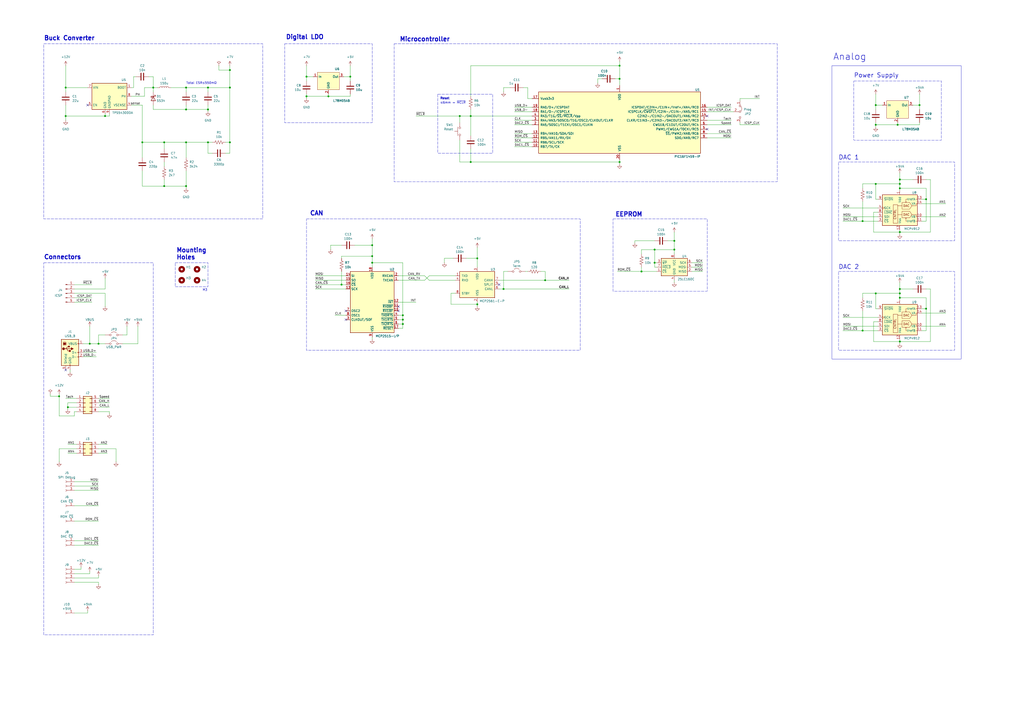
<source format=kicad_sch>
(kicad_sch (version 20250114) (generator "eeschema") (generator_version "9.0")
  (paper "A2")
  (title_block (title "CAN Gauge Interface") (date "2025-09-19") (rev "0.1") (company "Sam Anthony"))
  (rectangle (start 25.4 25.4) (end 152.4 127) (stroke (width 0) (type dash)))
  (rectangle (start 495.3 46.99) (end 546.1 81.28) (stroke (width 0) (type dash)))
  (rectangle (start 355.6 127) (end 410.21 168.91) (stroke (width 0) (type dash)))
  (rectangle (start 101.6 152.3999) (end 120.65 166.3699) (stroke (width 0) (type dash)))
  (rectangle (start 165.1 25.4) (end 215.9 71.12) (stroke (width 0) (type dash)))
  (rectangle (start 254 54.61) (end 285.75 88.9) (stroke (width 0) (type dash)))
  (rectangle (start 486.41 157.48) (end 553.72 203.2) (stroke (width 0) (type dash)))
  (rectangle (start 177.8 127) (end 336.55 203.2) (stroke (width 0) (type dash)))
  (rectangle (start 25.4 152.4) (end 88.9 368.3) (stroke (width 0) (type dash)))
  (rectangle (start 486.41 93.98) (end 553.72 139.7) (stroke (width 0) (type dash)))
  (rectangle (start 228.6 25.4) (end 450.85 105.41) (stroke (width 0) (type dash)))
  (rectangle (start 482.6 38.1) (end 557.53 208.28))
  (text "Connectors" (at 25.4 149.225 0) (effects (font (size 2.54 2.54) (thickness 0.508) (bold yes)) (justify left)))
  (text "Power Supply" (at 495.3 43.815 0) (effects (font (size 2.54 2.54) (thickness 0.254) (bold yes)) (justify left)))
  (text "Buck Converter" (at 25.4 22.225 0) (effects (font (size 2.54 2.54) (thickness 0.508) (bold yes)) (justify left)))
  (text "Total ESR≤550mΩ" (at 107.95 48.26 0) (effects (font (size 1.27 1.27)) (justify left)))
  (text "CAN" (at 179.705 123.825 0) (effects (font (size 2.54 2.54) (thickness 0.508) (bold yes)) (justify left)))
  (text "Reset" (at 255.27 57.15 0) (effects (font (size 1.27 1.27) (thickness 0.254) (bold yes)) (justify left)))
  (text "Mounting\nHoles" (at 102.235 147.3199 0) (effects (font (size 2.54 2.54) (thickness 0.508) (bold yes)) (justify left)))
  (text "M3\n" (at 117.475 168.2749 0) (effects (font (size 1.27 1.27)) (justify left)))
  (text "EEPROM" (at 356.87 124.46 0) (effects (font (size 2.54 2.54) (thickness 0.508) (bold yes)) (justify left)))
  (text "Digital LDO" (at 165.735 21.59 0) (effects (font (size 2.54 2.54) (thickness 0.508) (bold yes)) (justify left)))
  (text "≤6mm ↔ ~{MCLR}" (at 255.27 59.69 0) (effects (font (size 1.27 1.27)) (justify left)))
  (text "DAC 1" (at 486.41 91.44 0) (effects (font (size 2.54 2.54) (thickness 0.254) (bold yes)) (justify left)))
  (text "Microcontroller" (at 231.775 22.86 0) (effects (font (size 2.54 2.54) (thickness 0.508) (bold yes)) (justify left)))
  (text "Analog" (at 483.235 33.02 0) (effects (font (size 3.81 3.81) (thickness 0.254) (bold yes)) (justify left)))
  (text "DAC 2" (at 486.41 154.94 0) (effects (font (size 2.54 2.54) (thickness 0.254) (bold yes)) (justify left)))
  (junction (at 38.1 50.8))
  (junction (at 120.65 50.8))
  (junction (at 39.37 236.22))
  (junction (at 521.97 170.18))
  (junction (at 120.65 63.5))
  (junction (at 521.97 172.72))
  (junction (at 391.16 144.78))
  (junction (at 521.97 104.14))
  (junction (at 233.68 185.42))
  (junction (at 533.4 60.96))
  (junction (at 508 170.18))
  (junction (at 391.16 139.7))
  (junction (at 537.21 115.57))
  (junction (at 60.96 67.31))
  (junction (at 500.38 191.77))
  (junction (at 107.95 82.55))
  (junction (at 34.29 229.87))
  (junction (at 359.41 38.1))
  (junction (at 203.2 44.45))
  (junction (at 107.95 63.5))
  (junction (at 273.05 93.98))
  (junction (at 177.8 55.88))
  (junction (at 233.68 182.88))
  (junction (at 359.41 45.72))
  (junction (at 120.65 82.55))
  (junction (at 266.7 67.31))
  (junction (at 500.38 128.27))
  (junction (at 88.9 50.8))
  (junction (at 521.97 134.62))
  (junction (at 95.25 107.95))
  (junction (at 82.55 82.55))
  (junction (at 38.1 67.31))
  (junction (at 359.41 93.98))
  (junction (at 107.95 107.95))
  (junction (at 215.9 142.24))
  (junction (at 521.97 106.68))
  (junction (at 521.97 198.12))
  (junction (at 537.21 179.07))
  (junction (at 95.25 82.55))
  (junction (at 276.86 176.53))
  (junction (at 133.35 40.64))
  (junction (at 508 60.96))
  (junction (at 215.9 152.4))
  (junction (at 57.15 199.39))
  (junction (at 276.86 149.86))
  (junction (at 52.07 199.39))
  (junction (at 316.23 162.56))
  (junction (at 379.73 152.4))
  (junction (at 133.35 50.8))
  (junction (at 521.97 167.64))
  (junction (at 372.11 157.48))
  (junction (at 215.9 148.59))
  (junction (at 508 106.68))
  (junction (at 190.5 55.88))
  (junction (at 198.12 165.1))
  (junction (at 508 72.39))
  (junction (at 379.73 144.78))
  (junction (at 133.35 82.55))
  (junction (at 520.7 72.39))
  (junction (at 521.97 109.22))
  (junction (at 177.8 44.45))
  (junction (at 107.95 50.8))
  (junction (at 273.05 67.31))
  (junction (at 233.68 187.96))
  (junction (at 292.1 167.64))
  (no_connect (at 231.14 177.8))
  (no_connect (at 410.21 67.31))
  (no_connect (at 38.1 214.63))
  (no_connect (at 200.66 185.42))
  (no_connect (at 50.8 60.96))
  (no_connect (at 289.56 165.1))
  (no_connect (at 200.66 180.34))
  (no_connect (at 410.21 74.93))
  (no_connect (at 231.14 180.34))
  (wire (pts (xy 231.14 162.56) (xy 246.38 162.56)))
  (wire (pts (xy 410.21 69.85) (xy 424.18 69.85)))
  (wire (pts (xy 203.2 55.88) (xy 203.2 54.61)))
  (wire (pts (xy 215.9 142.24) (xy 215.9 148.59)))
  (wire (pts (xy 57.15 199.39) (xy 60.96 199.39)))
  (wire (pts (xy 506.73 186.69) (xy 509.27 186.69)))
  (wire (pts (xy 292.1 157.48) (xy 294.64 157.48)))
  (wire (pts (xy 44.45 260.35) (xy 34.29 260.35)))
  (wire (pts (xy 48.26 204.47) (xy 55.88 204.47)))
  (wire (pts (xy 233.68 187.96) (xy 233.68 185.42)))
  (wire (pts (xy 506.73 123.19) (xy 509.27 123.19)))
  (wire (pts (xy 231.14 187.96) (xy 233.68 187.96)))
  (wire (pts (xy 57.15 194.31) (xy 57.15 199.39)))
  (wire (pts (xy 289.56 167.64) (xy 292.1 167.64)))
  (wire (pts (xy 273.05 55.88) (xy 273.05 38.1)))
  (wire (pts (xy 266.7 67.31) (xy 266.7 71.12)))
  (wire (pts (xy 521.97 172.72) (xy 521.97 173.99)))
  (wire (pts (xy 215.9 195.58) (xy 215.9 196.85)))
  (wire (pts (xy 60.96 167.64) (xy 60.96 161.29)))
  (wire (pts (xy 266.7 67.31) (xy 273.05 67.31)))
  (wire (pts (xy 381 152.4) (xy 379.73 152.4)))
  (wire (pts (xy 508 71.12) (xy 508 72.39)))
  (wire (pts (xy 38.1 38.1) (xy 38.1 50.8)))
  (wire (pts (xy 262.89 149.86) (xy 257.81 149.86)))
  (wire (pts (xy 508 179.07) (xy 508 170.18)))
  (wire (pts (xy 177.8 55.88) (xy 190.5 55.88)))
  (wire (pts (xy 500.38 191.77) (xy 509.27 191.77)))
  (wire (pts (xy 372.11 144.78) (xy 379.73 144.78)))
  (wire (pts (xy 534.67 128.27) (xy 537.21 128.27)))
  (wire (pts (xy 488.95 184.15) (xy 509.27 184.15)))
  (wire (pts (xy 120.65 50.8) (xy 133.35 50.8)))
  (wire (pts (xy 521.97 196.85) (xy 521.97 198.12)))
  (wire (pts (xy 82.55 91.44) (xy 82.55 82.55)))
  (wire (pts (xy 233.68 185.42) (xy 233.68 182.88)))
  (wire (pts (xy 123.19 82.55) (xy 120.65 82.55)))
  (wire (pts (xy 521.97 198.12) (xy 521.97 199.39)))
  (wire (pts (xy 537.21 172.72) (xy 521.97 172.72)))
  (wire (pts (xy 410.21 64.77) (xy 425.45 64.77)))
  (wire (pts (xy 34.29 241.3) (xy 34.29 229.87)))
  (wire (pts (xy 198.12 165.1) (xy 198.12 157.48)))
  (wire (pts (xy 57.15 260.35) (xy 67.31 260.35)))
  (wire (pts (xy 52.07 332.74) (xy 52.07 331.47)))
  (wire (pts (xy 203.2 46.99) (xy 203.2 44.45)))
  (wire (pts (xy 39.37 236.22) (xy 39.37 237.49)))
  (wire (pts (xy 38.1 50.8) (xy 38.1 53.34)))
  (wire (pts (xy 43.18 293.37) (xy 57.15 293.37)))
  (wire (pts (xy 57.15 233.68) (xy 63.5 233.68)))
  (wire (pts (xy 298.45 82.55) (xy 308.61 82.55)))
  (wire (pts (xy 506.73 134.62) (xy 521.97 134.62)))
  (wire (pts (xy 82.55 60.96) (xy 82.55 82.55)))
  (wire (pts (xy 534.67 181.61) (xy 548.64 181.61)))
  (wire (pts (xy 203.2 44.45) (xy 199.39 44.45)))
  (wire (pts (xy 539.75 134.62) (xy 521.97 134.62)))
  (wire (pts (xy 182.88 165.1) (xy 198.12 165.1)))
  (wire (pts (xy 511.81 60.96) (xy 508 60.96)))
  (wire (pts (xy 43.18 302.26) (xy 57.15 302.26)))
  (wire (pts (xy 429.26 71.12) (xy 429.26 72.39)))
  (wire (pts (xy 95.25 93.98) (xy 95.25 96.52)))
  (wire (pts (xy 509.27 115.57) (xy 508 115.57)))
  (wire (pts (xy 508 72.39) (xy 520.7 72.39)))
  (wire (pts (xy 534.67 118.11) (xy 548.64 118.11)))
  (wire (pts (xy 88.9 63.5) (xy 107.95 63.5)))
  (wire (pts (xy 298.45 69.85) (xy 308.61 69.85)))
  (wire (pts (xy 182.88 160.02) (xy 200.66 160.02)))
  (wire (pts (xy 537.21 109.22) (xy 537.21 115.57)))
  (wire (pts (xy 410.21 62.23) (xy 424.18 62.23)))
  (wire (pts (xy 508 106.68) (xy 521.97 106.68)))
  (wire (pts (xy 508 115.57) (xy 508 106.68)))
  (wire (pts (xy 537.21 172.72) (xy 537.21 179.07)))
  (wire (pts (xy 194.31 182.88) (xy 200.66 182.88)))
  (wire (pts (xy 46.99 330.2) (xy 46.99 328.93)))
  (wire (pts (xy 488.95 189.23) (xy 509.27 189.23)))
  (wire (pts (xy 203.2 38.1) (xy 203.2 44.45)))
  (wire (pts (xy 520.7 72.39) (xy 520.7 71.12)))
  (wire (pts (xy 372.11 147.32) (xy 372.11 144.78)))
  (wire (pts (xy 177.8 54.61) (xy 177.8 55.88)))
  (wire (pts (xy 359.41 45.72) (xy 356.87 45.72)))
  (wire (pts (xy 57.15 236.22) (xy 63.5 236.22)))
  (wire (pts (xy 359.41 49.53) (xy 359.41 45.72)))
  (wire (pts (xy 215.9 148.59) (xy 215.9 152.4)))
  (wire (pts (xy 82.55 107.95) (xy 95.25 107.95)))
  (wire (pts (xy 107.95 82.55) (xy 95.25 82.55)))
  (wire (pts (xy 241.3 67.31) (xy 266.7 67.31)))
  (wire (pts (xy 429.26 58.42) (xy 429.26 57.15)))
  (wire (pts (xy 521.97 167.64) (xy 521.97 170.18)))
  (wire (pts (xy 71.12 199.39) (xy 80.01 199.39)))
  (wire (pts (xy 506.73 134.62) (xy 506.73 123.19)))
  (wire (pts (xy 107.95 82.55) (xy 107.95 91.44)))
  (wire (pts (xy 534.67 189.23) (xy 548.64 189.23)))
  (wire (pts (xy 50.8 355.6) (xy 50.8 354.33)))
  (wire (pts (xy 43.18 165.1) (xy 53.34 165.1)))
  (wire (pts (xy 191.77 142.24) (xy 191.77 144.78)))
  (wire (pts (xy 120.65 82.55) (xy 107.95 82.55)))
  (wire (pts (xy 57.15 238.76) (xy 63.5 238.76)))
  (wire (pts (xy 39.37 236.22) (xy 44.45 236.22)))
  (wire (pts (xy 521.97 163.83) (xy 521.97 167.64)))
  (wire (pts (xy 539.75 167.64) (xy 539.75 198.12)))
  (wire (pts (xy 133.35 50.8) (xy 133.35 82.55)))
  (wire (pts (xy 60.96 170.18) (xy 60.96 177.8)))
  (wire (pts (xy 308.61 57.15) (xy 306.07 57.15)))
  (wire (pts (xy 539.75 104.14) (xy 539.75 134.62)))
  (wire (pts (xy 379.73 154.94) (xy 379.73 152.4)))
  (wire (pts (xy 537.21 109.22) (xy 521.97 109.22)))
  (wire (pts (xy 44.45 233.68) (xy 39.37 233.68)))
  (wire (pts (xy 57.15 337.82) (xy 57.15 339.09)))
  (wire (pts (xy 379.73 144.78) (xy 391.16 144.78)))
  (wire (pts (xy 177.8 55.88) (xy 177.8 57.15)))
  (wire (pts (xy 372.11 157.48) (xy 372.11 154.94)))
  (wire (pts (xy 67.31 260.35) (xy 67.31 267.97)))
  (wire (pts (xy 38.1 67.31) (xy 38.1 69.85)))
  (wire (pts (xy 391.16 139.7) (xy 391.16 144.78)))
  (wire (pts (xy 401.32 157.48) (xy 407.67 157.48)))
  (wire (pts (xy 306.07 50.8) (xy 303.53 50.8)))
  (wire (pts (xy 533.4 54.61) (xy 533.4 60.96)))
  (wire (pts (xy 107.95 50.8) (xy 120.65 50.8)))
  (wire (pts (xy 88.9 44.45) (xy 88.9 50.8)))
  (wire (pts (xy 270.51 149.86) (xy 276.86 149.86)))
  (wire (pts (xy 76.2 60.96) (xy 82.55 60.96)))
  (wire (pts (xy 88.9 60.96) (xy 88.9 63.5)))
  (wire (pts (xy 410.21 80.01) (xy 424.18 80.01)))
  (wire (pts (xy 198.12 149.86) (xy 198.12 148.59)))
  (wire (pts (xy 306.07 57.15) (xy 306.07 50.8)))
  (wire (pts (xy 107.95 63.5) (xy 120.65 63.5)))
  (wire (pts (xy 429.26 57.15) (xy 440.69 57.15)))
  (wire (pts (xy 190.5 55.88) (xy 190.5 54.61)))
  (wire (pts (xy 292.1 50.8) (xy 292.1 53.34)))
  (wire (pts (xy 57.15 262.89) (xy 62.23 262.89)))
  (wire (pts (xy 500.38 106.68) (xy 508 106.68)))
  (wire (pts (xy 99.06 50.8) (xy 107.95 50.8)))
  (wire (pts (xy 44.45 238.76) (xy 43.18 238.76)))
  (wire (pts (xy 107.95 60.96) (xy 107.95 63.5)))
  (wire (pts (xy 88.9 53.34) (xy 88.9 50.8)))
  (wire (pts (xy 257.81 149.86) (xy 257.81 152.4)))
  (wire (pts (xy 316.23 157.48) (xy 316.23 162.56)))
  (wire (pts (xy 39.37 257.81) (xy 44.45 257.81)))
  (wire (pts (xy 120.65 82.55) (xy 120.65 88.9)))
  (wire (pts (xy 43.18 335.28) (xy 57.15 335.28)))
  (wire (pts (xy 107.95 107.95) (xy 107.95 109.22)))
  (wire (pts (xy 410.21 72.39) (xy 424.18 72.39)))
  (wire (pts (xy 63.5 238.76) (xy 63.5 240.03)))
  (wire (pts (xy 133.35 82.55) (xy 133.35 88.9)))
  (wire (pts (xy 233.68 152.4) (xy 233.68 182.88)))
  (wire (pts (xy 95.25 107.95) (xy 107.95 107.95)))
  (wire (pts (xy 43.18 316.23) (xy 57.15 316.23)))
  (wire (pts (xy 127 40.64) (xy 133.35 40.64)))
  (wire (pts (xy 233.68 152.4) (xy 215.9 152.4)))
  (wire (pts (xy 120.65 50.8) (xy 120.65 53.34)))
  (wire (pts (xy 521.97 109.22) (xy 521.97 110.49)))
  (wire (pts (xy 298.45 77.47) (xy 308.61 77.47)))
  (wire (pts (xy 200.66 165.1) (xy 198.12 165.1)))
  (wire (pts (xy 298.45 85.09) (xy 308.61 85.09)))
  (wire (pts (xy 316.23 162.56) (xy 330.2 162.56)))
  (wire (pts (xy 539.75 198.12) (xy 521.97 198.12)))
  (wire (pts (xy 198.12 148.59) (xy 215.9 148.59)))
  (wire (pts (xy 29.21 228.6) (xy 29.21 229.87)))
  (wire (pts (xy 120.65 63.5) (xy 120.65 60.96)))
  (wire (pts (xy 107.95 107.95) (xy 107.95 99.06)))
  (wire (pts (xy 177.8 38.1) (xy 177.8 44.45)))
  (wire (pts (xy 60.96 194.31) (xy 57.15 194.31)))
  (wire (pts (xy 537.21 179.07) (xy 537.21 191.77)))
  (wire (pts (xy 521.97 100.33) (xy 521.97 104.14)))
  (wire (pts (xy 231.14 190.5) (xy 233.68 190.5)))
  (wire (pts (xy 29.21 229.87) (xy 34.29 229.87)))
  (wire (pts (xy 304.8 157.48) (xy 306.07 157.48)))
  (wire (pts (xy 358.14 157.48) (xy 372.11 157.48)))
  (wire (pts (xy 107.95 50.8) (xy 107.95 53.34)))
  (wire (pts (xy 506.73 198.12) (xy 521.97 198.12)))
  (wire (pts (xy 295.91 50.8) (xy 292.1 50.8)))
  (wire (pts (xy 521.97 104.14) (xy 529.59 104.14)))
  (wire (pts (xy 43.18 284.48) (xy 57.15 284.48)))
  (wire (pts (xy 43.18 281.94) (xy 57.15 281.94)))
  (wire (pts (xy 521.97 170.18) (xy 521.97 172.72)))
  (wire (pts (xy 500.38 172.72) (xy 500.38 170.18)))
  (wire (pts (xy 43.18 238.76) (xy 43.18 241.3)))
  (wire (pts (xy 57.15 231.14) (xy 63.5 231.14)))
  (wire (pts (xy 60.96 67.31) (xy 60.96 66.04)))
  (wire (pts (xy 43.18 241.3) (xy 34.29 241.3)))
  (wire (pts (xy 133.35 40.64) (xy 133.35 50.8)))
  (wire (pts (xy 82.55 82.55) (xy 95.25 82.55)))
  (wire (pts (xy 534.67 179.07) (xy 537.21 179.07)))
  (wire (pts (xy 48.26 199.39) (xy 52.07 199.39)))
  (wire (pts (xy 500.38 170.18) (xy 508 170.18)))
  (wire (pts (xy 298.45 64.77) (xy 308.61 64.77)))
  (wire (pts (xy 500.38 128.27) (xy 509.27 128.27)))
  (wire (pts (xy 359.41 38.1) (xy 359.41 45.72)))
  (wire (pts (xy 401.32 154.94) (xy 407.67 154.94)))
  (wire (pts (xy 120.65 63.5) (xy 120.65 64.77)))
  (wire (pts (xy 521.97 106.68) (xy 521.97 109.22)))
  (wire (pts (xy 57.15 257.81) (xy 62.23 257.81)))
  (wire (pts (xy 410.21 77.47) (xy 424.18 77.47)))
  (wire (pts (xy 359.41 93.98) (xy 359.41 95.25)))
  (wire (pts (xy 273.05 93.98) (xy 273.05 86.36)))
  (wire (pts (xy 76.2 50.8) (xy 77.47 50.8)))
  (wire (pts (xy 508 170.18) (xy 521.97 170.18)))
  (wire (pts (xy 276.86 176.53) (xy 276.86 177.8)))
  (wire (pts (xy 248.92 160.02) (xy 246.38 162.56)))
  (wire (pts (xy 273.05 93.98) (xy 266.7 93.98)))
  (wire (pts (xy 73.66 194.31) (xy 73.66 189.23)))
  (wire (pts (xy 38.1 60.96) (xy 38.1 67.31)))
  (wire (pts (xy 43.18 332.74) (xy 52.07 332.74)))
  (wire (pts (xy 57.15 335.28) (xy 57.15 334.01)))
  (wire (pts (xy 39.37 233.68) (xy 39.37 236.22)))
  (wire (pts (xy 500.38 116.84) (xy 500.38 128.27)))
  (wire (pts (xy 346.71 45.72) (xy 349.25 45.72)))
  (wire (pts (xy 391.16 162.56) (xy 391.16 163.83)))
  (wire (pts (xy 34.29 260.35) (xy 34.29 267.97)))
  (wire (pts (xy 38.1 231.14) (xy 44.45 231.14)))
  (wire (pts (xy 231.14 182.88) (xy 233.68 182.88)))
  (wire (pts (xy 130.81 82.55) (xy 133.35 82.55)))
  (wire (pts (xy 391.16 144.78) (xy 391.16 147.32)))
  (wire (pts (xy 379.73 144.78) (xy 379.73 152.4)))
  (wire (pts (xy 266.7 93.98) (xy 266.7 81.28)))
  (wire (pts (xy 88.9 50.8) (xy 91.44 50.8)))
  (wire (pts (xy 521.97 134.62) (xy 521.97 135.89)))
  (wire (pts (xy 43.18 337.82) (xy 57.15 337.82)))
  (wire (pts (xy 508 60.96) (xy 508 63.5)))
  (wire (pts (xy 313.69 157.48) (xy 316.23 157.48)))
  (wire (pts (xy 488.95 191.77) (xy 500.38 191.77)))
  (wire (pts (xy 276.86 175.26) (xy 276.86 176.53)))
  (wire (pts (xy 43.18 313.69) (xy 57.15 313.69)))
  (wire (pts (xy 63.5 66.04) (xy 63.5 67.31)))
  (wire (pts (xy 508 72.39) (xy 508 73.66)))
  (wire (pts (xy 506.73 198.12) (xy 506.73 186.69)))
  (wire (pts (xy 429.26 72.39) (xy 440.69 72.39)))
  (wire (pts (xy 292.1 167.64) (xy 292.1 157.48)))
  (wire (pts (xy 508 54.61) (xy 508 60.96)))
  (wire (pts (xy 182.88 167.64) (xy 200.66 167.64)))
  (wire (pts (xy 43.18 355.6) (xy 50.8 355.6)))
  (wire (pts (xy 133.35 88.9) (xy 130.81 88.9)))
  (wire (pts (xy 52.07 199.39) (xy 57.15 199.39)))
  (wire (pts (xy 387.35 139.7) (xy 391.16 139.7)))
  (wire (pts (xy 391.16 134.62) (xy 391.16 139.7)))
  (wire (pts (xy 537.21 104.14) (xy 539.75 104.14)))
  (wire (pts (xy 273.05 67.31) (xy 308.61 67.31)))
  (wire (pts (xy 198.12 142.24) (xy 191.77 142.24)))
  (wire (pts (xy 261.62 170.18) (xy 264.16 170.18)))
  (wire (pts (xy 215.9 138.43) (xy 215.9 142.24)))
  (wire (pts (xy 273.05 38.1) (xy 359.41 38.1)))
  (wire (pts (xy 521.97 104.14) (xy 521.97 106.68)))
  (wire (pts (xy 43.18 167.64) (xy 60.96 167.64)))
  (wire (pts (xy 534.67 115.57) (xy 537.21 115.57)))
  (wire (pts (xy 289.56 162.56) (xy 316.23 162.56)))
  (wire (pts (xy 359.41 92.71) (xy 359.41 93.98)))
  (wire (pts (xy 95.25 104.14) (xy 95.25 107.95)))
  (wire (pts (xy 77.47 44.45) (xy 78.74 44.45)))
  (wire (pts (xy 77.47 50.8) (xy 77.47 44.45)))
  (wire (pts (xy 133.35 38.1) (xy 133.35 40.64)))
  (wire (pts (xy 83.82 50.8) (xy 88.9 50.8)))
  (wire (pts (xy 533.4 72.39) (xy 533.4 71.12)))
  (wire (pts (xy 76.2 55.88) (xy 83.82 55.88)))
  (wire (pts (xy 82.55 99.06) (xy 82.55 107.95)))
  (wire (pts (xy 43.18 170.18) (xy 60.96 170.18)))
  (wire (pts (xy 52.07 189.23) (xy 52.07 199.39)))
  (wire (pts (xy 177.8 44.45) (xy 177.8 46.99)))
  (wire (pts (xy 120.65 88.9) (xy 123.19 88.9)))
  (wire (pts (xy 215.9 152.4) (xy 215.9 154.94)))
  (wire (pts (xy 401.32 152.4) (xy 407.67 152.4)))
  (wire (pts (xy 190.5 55.88) (xy 203.2 55.88)))
  (wire (pts (xy 48.26 207.01) (xy 55.88 207.01)))
  (wire (pts (xy 261.62 176.53) (xy 261.62 170.18)))
  (wire (pts (xy 34.29 229.87) (xy 34.29 228.6)))
  (wire (pts (xy 63.5 67.31) (xy 60.96 67.31)))
  (wire (pts (xy 43.18 175.26) (xy 53.34 175.26)))
  (wire (pts (xy 181.61 44.45) (xy 177.8 44.45)))
  (wire (pts (xy 381 154.94) (xy 379.73 154.94)))
  (wire (pts (xy 534.67 125.73) (xy 548.64 125.73)))
  (wire (pts (xy 205.74 142.24) (xy 215.9 142.24)))
  (wire (pts (xy 231.14 160.02) (xy 246.38 160.02)))
  (wire (pts (xy 500.38 109.22) (xy 500.38 106.68)))
  (wire (pts (xy 80.01 199.39) (xy 80.01 189.23)))
  (wire (pts (xy 500.38 180.34) (xy 500.38 191.77)))
  (wire (pts (xy 276.86 176.53) (xy 261.62 176.53)))
  (wire (pts (xy 40.64 214.63) (xy 40.64 215.9)))
  (wire (pts (xy 346.71 48.26) (xy 346.71 45.72)))
  (wire (pts (xy 534.67 191.77) (xy 537.21 191.77)))
  (wire (pts (xy 43.18 279.4) (xy 57.15 279.4)))
  (wire (pts (xy 488.95 128.27) (xy 500.38 128.27)))
  (wire (pts (xy 368.3 139.7) (xy 368.3 140.97)))
  (wire (pts (xy 60.96 67.31) (xy 38.1 67.31)))
  (wire (pts (xy 368.3 139.7) (xy 379.73 139.7)))
  (wire (pts (xy 38.1 50.8) (xy 50.8 50.8)))
  (wire (pts (xy 509.27 179.07) (xy 508 179.07)))
  (wire (pts (xy 298.45 80.01) (xy 308.61 80.01)))
  (wire (pts (xy 359.41 35.56) (xy 359.41 38.1)))
  (wire (pts (xy 276.86 143.51) (xy 276.86 149.86)))
  (wire (pts (xy 381 157.48) (xy 372.11 157.48)))
  (wire (pts (xy 83.82 55.88) (xy 83.82 50.8)))
  (wire (pts (xy 233.68 190.5) (xy 233.68 187.96)))
  (wire (pts (xy 537.21 167.64) (xy 539.75 167.64)))
  (wire (pts (xy 521.97 167.64) (xy 529.59 167.64)))
  (wire (pts (xy 488.95 125.73) (xy 509.27 125.73)))
  (wire (pts (xy 292.1 167.64) (xy 330.2 167.64)))
  (wire (pts (xy 231.14 175.26) (xy 241.3 175.26)))
  (wire (pts (xy 39.37 262.89) (xy 44.45 262.89)))
  (wire (pts (xy 231.14 185.42) (xy 233.68 185.42)))
  (wire (pts (xy 521.97 133.35) (xy 521.97 134.62)))
  (wire (pts (xy 298.45 62.23) (xy 308.61 62.23)))
  (wire (pts (xy 71.12 194.31) (xy 73.66 194.31)))
  (wire (pts (xy 248.92 162.56) (xy 264.16 162.56)))
  (wire (pts (xy 488.95 120.65) (xy 509.27 120.65)))
  (wire (pts (xy 182.88 162.56) (xy 200.66 162.56)))
  (wire (pts (xy 533.4 63.5) (xy 533.4 60.96)))
  (wire (pts (xy 248.92 160.02) (xy 264.16 160.02)))
  (wire (pts (xy 246.38 160.02) (xy 248.92 162.56)))
  (wire (pts (xy 43.18 330.2) (xy 46.99 330.2)))
  (wire (pts (xy 273.05 67.31) (xy 273.05 78.74)))
  (wire (pts (xy 537.21 115.57) (xy 537.21 128.27)))
  (wire (pts (xy 273.05 63.5) (xy 273.05 67.31)))
  (wire (pts (xy 43.18 172.72) (xy 53.34 172.72)))
  (wire (pts (xy 127 38.1) (xy 127 40.64)))
  (wire (pts (xy 86.36 44.45) (xy 88.9 44.45)))
  (wire (pts (xy 359.41 93.98) (xy 273.05 93.98)))
  (wire (pts (xy 520.7 72.39) (xy 533.4 72.39)))
  (wire (pts (xy 276.86 149.86) (xy 276.86 154.94)))
  (wire (pts (xy 95.25 82.55) (xy 95.25 86.36)))
  (wire (pts (xy 533.4 60.96) (xy 529.59 60.96)))
  (wire (pts (xy 298.45 72.39) (xy 308.61 72.39)))
  (label "DAC1_~{CS}" (at 488.95 128.27 0))
  (label "MISO" (at 57.15 284.48 180))
  (label "CAN_H" (at 330.2 162.56 180) (effects (font (thickness 0.254) (bold yes))))
  (label "SCK" (at 407.67 152.4 180) (effects (font (thickness 0.1588))))
  (label "Speed" (at 63.5 231.14 180) (effects (font (thickness 0.1588))))
  (label "CLK" (at 298.45 69.85 0))
  (label "MOSI" (at 424.18 80.01 180) (effects (font (thickness 0.1588))))
  (label "ICSP_DAT" (at 424.18 62.23 180))
  (label "CAN_L" (at 63.5 236.22 180))
  (label "ROM_~{CS}" (at 358.14 157.48 0) (effects (font (thickness 0.1588))))
  (label "MOSI" (at 182.88 160.02 0) (effects (font (thickness 0.1588))))
  (label "DAC1_~{CS}" (at 298.45 85.09 0))
  (label "AN3" (at 62.23 262.89 180) (effects (font (thickness 0.1588))))
  (label "Speed" (at 424.18 72.39 180))
  (label "AN1" (at 548.64 118.11 180))
  (label "CAN_~{CS}" (at 424.18 77.47 180))
  (label "CAN_~{CS}" (at 57.15 293.37 180))
  (label "sense" (at 81.28 60.96 180))
  (label "INT" (at 440.69 57.15 180))
  (label "CLK" (at 194.31 182.88 0))
  (label "MISO" (at 407.67 157.48 180) (effects (font (thickness 0.1588))))
  (label "INT" (at 241.3 175.26 180) (effects (font (thickness 0.1588))))
  (label "MOSI" (at 407.67 154.94 180) (effects (font (thickness 0.1588))))
  (label "ICSP_CLK" (at 53.34 175.26 180))
  (label "AN2" (at 62.23 257.81 180) (effects (font (thickness 0.1588))))
  (label "SCK" (at 298.45 82.55 0) (effects (font (thickness 0.1588))))
  (label "Tach" (at 38.1 231.14 0) (effects (font (thickness 0.1588))))
  (label "CAN_~{CS}" (at 182.88 165.1 0) (effects (font (thickness 0.1588))))
  (label "ICSP_CLK" (at 440.69 72.39 180))
  (label "USB_D+" (at 298.45 62.23 0))
  (label "SCK" (at 488.95 184.15 0) (effects (font (thickness 0.1588))))
  (label "ROM_~{CS}" (at 57.15 302.26 180))
  (label "AN1" (at 39.37 257.81 0) (effects (font (thickness 0.1588))))
  (label "DAC2_~{CS}" (at 298.45 72.39 0))
  (label "USB_D-" (at 298.45 64.77 0))
  (label "INT{slash}ICSP_CLK" (at 424.18 64.77 180))
  (label "SCK" (at 57.15 281.94 180))
  (label "AN4" (at 39.37 262.89 0) (effects (font (thickness 0.1588))))
  (label "MOSI" (at 488.95 125.73 0))
  (label "PH" (at 81.28 55.88 180))
  (label "AN4" (at 548.64 189.23 180))
  (label "MISO" (at 182.88 162.56 0) (effects (font (thickness 0.1588))))
  (label "DAC1_~{CS}" (at 57.15 313.69 180))
  (label "MOSI" (at 57.15 279.4 180))
  (label "AN3" (at 548.64 181.61 180))
  (label "DAC2_~{CS}" (at 57.15 316.23 180))
  (label "USB_D-" (at 55.88 207.01 180))
  (label "AN2" (at 548.64 125.73 180))
  (label "USB_D+" (at 55.88 204.47 180))
  (label "SCK" (at 182.88 167.64 0) (effects (font (thickness 0.1588))))
  (label "Tach" (at 424.18 69.85 180))
  (label "ROM_~{CS}" (at 298.45 80.01 0))
  (label "ICSP_DAT" (at 53.34 172.72 180))
  (label "CAN_RX" (at 243.84 160.02 180))
  (label "~{MCLR}" (at 53.34 165.1 180))
  (label "MISO" (at 298.45 77.47 0) (effects (font (thickness 0.1588))))
  (label "~{MCLR}" (at 241.3 67.31 0))
  (label "MOSI" (at 488.95 189.23 0))
  (label "CAN_L" (at 330.2 167.64 180) (effects (font (thickness 0.254) (bold yes))))
  (label "SCK" (at 488.95 120.65 0) (effects (font (thickness 0.1588))))
  (label "DAC2_~{CS}" (at 488.95 191.77 0))
  (label "CAN_TX" (at 243.84 162.56 180))
  (label "CAN_H" (at 63.5 233.68 180) (effects (font (thickness 0.1588))))
  (symbol (lib_id "power:GND") (at 107.95 109.22 0) (unit 1)
    (property "Reference" "#PWR012" (effects (hide yes)))
    (property "Value" "GND" (at 107.95 114.3 0))
    (property "Description" "Power symbol creates a global label with name \"GND\" , ground" (effects (hide yes)))
  )
  (symbol (lib_id "power:GND") (at 215.9 196.85 0) (unit 1)
    (property "Reference" "#PWR028" (effects (hide yes)))
    (property "Value" "GND" (effects (hide yes)))
    (property "Description" "Power symbol creates a global label with name \"GND\" , ground" (effects (hide yes)))
  )
  (symbol (lib_id "Device:C") (at 107.95 57.15 0) (unit 1)
    (property "Reference" "C3" (at 111.125 55.88 0) (effects (justify left)))
    (property "Value" "22u" (at 111.125 58.42 0) (effects (justify left)))
    (property "Footprint" "Capacitor_SMD:C_1206_3216Metric" (effects (hide yes)))
    (property "Description" "Unpolarized capacitor" (effects (hide yes)))
  )
  (symbol (lib_id "power:GND") (at 120.65 64.77 0) (unit 1)
    (property "Reference" "#PWR04" (effects (hide yes)))
    (property "Value" "GND" (at 120.65 69.85 0))
    (property "Description" "Power symbol creates a global label with name \"GND\" , ground" (effects (hide yes)))
  )
  (symbol (lib_id "Device:C") (at 95.25 90.17 0) (unit 1)
    (property "Reference" "C7" (at 99.06 88.8999 0) (effects (justify left)))
    (property "Value" "47n" (at 99.06 91.4399 0) (effects (justify left)))
    (property "Footprint" "Capacitor_SMD:C_0805_2012Metric" (effects (hide yes)))
    (property "Description" "Unpolarized capacitor" (effects (hide yes)))
  )
  (symbol (lib_id "power:GND") (at 57.15 339.09 0) (unit 1)
    (property "Reference" "#PWR039" (effects (hide yes)))
    (property "Value" "GND" (effects (hide yes)))
    (property "Description" "Power symbol creates a global label with name \"GND\" , ground" (effects (hide yes)))
  )
  (symbol (lib_id "power:+7.5V") (at 52.07 331.47 0) (unit 1)
    (property "Reference" "#PWR013" (effects (hide yes)))
    (property "Value" "+7V" (at 52.07 326.39 0))
    (property "Description" "Power symbol creates a global label with name \"+7.5V\"" (effects (hide yes)))
  )
  (symbol (lib_id "power:+12V") (at 34.29 228.6 0) (unit 1)
    (property "Reference" "#PWR029" (effects (hide yes)))
    (property "Value" "+12V" (at 34.29 223.52 0))
    (property "Description" "Power symbol creates a global label with name \"+12V\"" (effects (hide yes)))
  )
  (symbol (lib_id "power:GND") (at 508 73.66 0) (unit 1)
    (property "Reference" "#PWR046" (effects (hide yes)))
    (property "Value" "GND" (at 508 78.74 0))
    (property "Description" "Power symbol creates a global label with name \"GND\" , ground" (effects (hide yes)))
  )
  (symbol (lib_id "power:GND") (at 63.5 240.03 0) (unit 1)
    (property "Reference" "#PWR033" (effects (hide yes)))
    (property "Value" "GND" (effects (hide yes)))
    (property "Description" "Power symbol creates a global label with name \"GND\" , ground" (effects (hide yes)))
  )
  (symbol (lib_id "power:+5V") (at 203.2 38.1 0) (unit 1)
    (property "Reference" "#PWR044" (effects (hide yes)))
    (property "Value" "+5V" (at 203.2 33.02 0))
    (property "Description" "Power symbol creates a global label with name \"+5V\"" (effects (hide yes)))
  )
  (symbol (lib_id "Device:C") (at 383.54 139.7 90) (unit 1)
    (property "Reference" "C15" (at 383.54 133.35 90))
    (property "Value" "100n" (at 383.54 135.89 90))
    (property "Footprint" "Capacitor_SMD:C_0805_2012Metric" (effects (hide yes)))
    (property "Description" "Unpolarized capacitor" (effects (hide yes)))
  )
  (symbol (lib_id "power:+7.5V") (at 177.8 38.1 0) (unit 1)
    (property "Reference" "#PWR043" (effects (hide yes)))
    (property "Value" "+7V" (at 177.8 33.02 0))
    (property "Description" "Power symbol creates a global label with name \"+7.5V\"" (effects (hide yes)))
  )
  (symbol (lib_id "Device:C") (at 266.7 149.86 90) (unit 1)
    (property "Reference" "C14" (at 266.7 143.51 90))
    (property "Value" "100n" (at 266.7 146.05 90))
    (property "Footprint" "Capacitor_SMD:C_0805_2012Metric" (effects (hide yes)))
    (property "Description" "Unpolarized capacitor" (effects (hide yes)))
  )
  (symbol (lib_id "Device:C") (at 38.1 57.15 0) (unit 1)
    (property "Reference" "C1" (at 41.91 55.8799 0) (effects (justify left)))
    (property "Value" "22u" (at 41.91 58.4199 0) (effects (justify left)))
    (property "Footprint" "Capacitor_SMD:C_1206_3216Metric" (effects (hide yes)))
    (property "Description" "Unpolarized capacitor" (effects (hide yes)))
  )
  (symbol (lib_id "Regulator_Switching:TPS5430DDA") (at 63.5 55.88 0) (unit 1)
    (property "Reference" "U5" (at 71.755 46.355 0))
    (property "Value" "TPS5430DDA" (at 71.12 65.405 0))
    (property "Footprint" "Package_SO:TI_SO-PowerPAD-8_ThermalVias" (effects (hide yes)))
    (property "Datasheet" "http://www.ti.com/lit/ds/symlink/tps5430.pdf" (effects (hide yes)))
    (property "Description" "3A, Step Down Swift Converter, Adjustable Output Voltage, 5.5-36V Input Voltage, PowerSO-8" (effects (hide yes)))
  )
  (symbol (lib_id "Memory_EEPROM:25LCxxx") (at 391.16 154.94 0) (unit 1)
    (property "Reference" "U4" (at 395.605 148.59 0) (effects (justify left)))
    (property "Value" "25LC160C" (at 393.065 161.925 0) (effects (justify left)))
    (property "Footprint" "Package_DIP:DIP-8-16_W7.62mm" (effects (hide yes)))
    (property "Datasheet" "http://ww1.microchip.com/downloads/en/DeviceDoc/21832H.pdf" (effects (hide yes)))
    (property "Description" "SPI Serial EEPROM, DIP-8/SOIC-8/TSSOP-8" (effects (hide yes)))
  )
  (symbol (lib_id "Jumper:Jumper_3_Bridged12") (at 429.26 64.77 270) (unit 1) (in_bom no)
    (property "Reference" "JP2" (at 433.705 66.04 90))
    (property "Value" "Prog" (at 433.705 63.5 90))
    (property "Footprint" "Connector_PinSocket_2.54mm:PinSocket_1x03_P2.54mm_Vertical" (effects (hide yes)))
    (property "Description" "Jumper, 3-pole, pins 1+2 closed/bridged" (effects (hide yes)))
  )
  (symbol (lib_id "power:GND") (at 521.97 135.89 0) (unit 1)
    (property "Reference" "#PWR017" (effects (hide yes)))
    (property "Value" "GND" (effects (hide yes)))
    (property "Description" "Power symbol creates a global label with name \"GND\" , ground" (effects (hide yes)))
  )
  (symbol (lib_id "power:GND") (at 521.97 199.39 0) (unit 1)
    (property "Reference" "#PWR019" (effects (hide yes)))
    (property "Value" "GND" (effects (hide yes)))
    (property "Description" "Power symbol creates a global label with name \"GND\" , ground" (effects (hide yes)))
  )
  (symbol (lib_id "power:GND") (at 359.41 95.25 0) (unit 1)
    (property "Reference" "#PWR01" (effects (hide yes)))
    (property "Value" "GND" (effects (hide yes)))
    (property "Description" "Power symbol creates a global label with name \"GND\" , ground" (effects (hide yes)))
  )
  (symbol (lib_id "Device:R_US") (at 198.12 153.67 0) (unit 1)
    (property "Reference" "R7" (at 200.025 152.4 0) (effects (justify left)))
    (property "Value" "10k" (at 200.025 154.94 0) (effects (justify left)))
    (property "Footprint" "Resistor_SMD:R_0805_2012Metric" (effects (hide yes)))
    (property "Description" "Resistor, US symbol" (effects (hide yes)))
  )
  (symbol (lib_id "Device:R_US") (at 372.11 151.13 0) (unit 1)
    (property "Reference" "R9" (at 374.015 149.86 0) (effects (justify left)))
    (property "Value" "10k" (at 374.015 152.4 0) (effects (justify left)))
    (property "Footprint" "Resistor_SMD:R_0805_2012Metric" (effects (hide yes)))
    (property "Description" "Resistor, US symbol" (effects (hide yes)))
  )
  (symbol (lib_id "Mechanical:MountingHole") (at 105.41 156.2099 0) (unit 1) (exclude_from_sim yes) (in_bom no)
    (property "Reference" "H1" (at 107.95 154.9398 0) (effects (justify left)))
    (property "Value" "MountingHole" (effects (hide yes)))
    (property "Footprint" "MountingHole:MountingHole_3.2mm_M3_DIN965" (effects (hide yes)))
    (property "Description" "Mounting Hole without connection" (effects (hide yes)))
  )
  (symbol (lib_id "power:GND") (at 67.31 267.97 0) (unit 1)
    (property "Reference" "#PWR035" (effects (hide yes)))
    (property "Value" "GND" (effects (hide yes)))
    (property "Description" "Power symbol creates a global label with name \"GND\" , ground" (effects (hide yes)))
  )
  (symbol (lib_id "Jumper:Jumper_2_Open") (at 66.04 194.31 0) (unit 1)
    (property "Reference" "JP3" (at 66.04 191.135 0))
    (property "Value" "USB_PWR" (effects (hide yes)))
    (property "Footprint" "Connector_PinSocket_2.54mm:PinSocket_1x02_P2.54mm_Vertical" (effects (hide yes)))
    (property "Description" "Jumper, 2-pole, open" (effects (hide yes)))
  )
  (symbol (lib_id "Jumper:Jumper_2_Open") (at 66.04 199.39 0) (unit 1)
    (property "Reference" "JP4" (at 66.04 196.215 0))
    (property "Value" "USB_PWR" (at 66.04 201.295 0))
    (property "Footprint" "Connector_PinSocket_2.54mm:PinSocket_1x02_P2.54mm_Vertical" (effects (hide yes)))
    (property "Description" "Jumper, 2-pole, open" (effects (hide yes)))
  )
  (symbol (lib_id "Device:C") (at 120.65 57.15 0) (unit 1)
    (property "Reference" "C5" (at 123.825 55.88 0) (effects (justify left)))
    (property "Value" "22u" (at 123.825 58.42 0) (effects (justify left)))
    (property "Footprint" "Capacitor_SMD:C_1206_3216Metric" (effects (hide yes)))
    (property "Description" "Unpolarized capacitor" (effects (hide yes)))
  )
  (symbol (lib_id "Device:C") (at 201.93 142.24 90) (unit 1)
    (property "Reference" "C13" (at 201.93 135.89 90))
    (property "Value" "100n" (at 201.93 138.43 90))
    (property "Footprint" "Capacitor_SMD:C_0805_2012Metric" (effects (hide yes)))
    (property "Description" "Unpolarized capacitor" (effects (hide yes)))
  )
  (symbol (lib_id "power:GND") (at 177.8 57.15 0) (unit 1)
    (property "Reference" "#PWR042" (effects (hide yes)))
    (property "Value" "GND" (at 177.8 62.23 0))
    (property "Description" "Power symbol creates a global label with name \"GND\" , ground" (effects (hide yes)))
  )
  (symbol (lib_id "Device:C") (at 82.55 95.25 0) (unit 1)
    (property "Reference" "C4" (at 86.36 93.9799 0) (effects (justify left)))
    (property "Value" "220p" (at 86.36 96.5199 0) (effects (justify left)))
    (property "Footprint" "Capacitor_SMD:C_0603_1608Metric" (effects (hide yes)))
    (property "Description" "Unpolarized capacitor" (effects (hide yes)))
  )
  (symbol (lib_id "Connector:Conn_01x04_Socket") (at 38.1 332.74 0) (mirror y) (unit 1)
    (property "Reference" "J9" (at 38.735 327.66 0))
    (property "Value" "Conn_01x04_Socket" (effects (hide yes)))
    (property "Footprint" "Connector_PinSocket_2.54mm:PinSocket_1x04_P2.54mm_Vertical" (effects (hide yes)))
    (property "Description" "Generic connector, single row, 01x04, script generated" (effects (hide yes)))
  )
  (symbol (lib_id "Device:C") (at 508 67.31 0) (unit 1)
    (property "Reference" "C18" (at 504.825 66.04 0) (effects (justify right)))
    (property "Value" "10u" (at 504.825 68.58 0) (effects (justify right)))
    (property "Footprint" "Capacitor_SMD:C_1206_3216Metric" (effects (hide yes)))
    (property "Description" "Unpolarized capacitor" (effects (hide yes)))
  )
  (symbol (lib_id "Connector_Generic:Conn_02x04_Top_Bottom") (at 49.53 233.68 0) (unit 1)
    (property "Reference" "J2" (at 50.8 227.965 0))
    (property "Value" "Conn_02x04_Top_Bottom" (effects (hide yes)))
    (property "Footprint" "Connector_Molex:Molex_Mini-Fit_Jr_5569-08A2_2x04_P4.20mm_Horizontal" (effects (hide yes)))
    (property "Datasheet" "https://www.molex.com/en-us/products/part-detail/39300080?display=pdf" (effects (hide yes)))
    (property "Description" "Generic connector, double row, 02x04, top/bottom pin numbering scheme (row 1: 1...pins_per_row, row2: pins_per_row+1 ... num_pins), script generated (kicad-library-utils/schlib/autogen/connector/)" (effects (hide yes)))
  )
  (symbol (lib_id "power:GND") (at 38.1 69.85 0) (unit 1)
    (property "Reference" "#PWR06" (effects (hide yes)))
    (property "Value" "GND" (at 38.1 74.93 0))
    (property "Description" "Power symbol creates a global label with name \"GND\" , ground" (effects (hide yes)))
  )
  (symbol (lib_id "Device:C") (at 273.05 82.55 0) (unit 1)
    (property "Reference" "C12" (at 276.86 81.2799 0) (effects (justify left)))
    (property "Value" "100n" (at 276.86 83.8199 0) (effects (justify left)))
    (property "Footprint" "Capacitor_SMD:C_0805_2012Metric" (effects (hide yes)))
    (property "Description" "Unpolarized capacitor" (effects (hide yes)))
  )
  (symbol (lib_id "Device:R_US") (at 127 82.55 90) (unit 1)
    (property "Reference" "R1" (at 127 76.835 90))
    (property "Value" "10k" (at 127 79.375 90))
    (property "Footprint" "Resistor_SMD:R_0805_2012Metric" (effects (hide yes)))
    (property "Description" "Resistor, US symbol" (effects (hide yes)))
  )
  (symbol (lib_id "power:+5V") (at 73.66 189.23 0) (unit 1)
    (property "Reference" "#PWR032" (effects (hide yes)))
    (property "Value" "+5V" (at 73.66 185.42 0))
    (property "Description" "Power symbol creates a global label with name \"+5V\"" (effects (hide yes)))
  )
  (symbol (lib_id "Device:C") (at 533.4 167.64 90) (unit 1)
    (property "Reference" "C17" (at 533.4 161.29 90))
    (property "Value" "100n" (at 533.4 163.83 90))
    (property "Footprint" "Capacitor_SMD:C_0805_2012Metric" (effects (hide yes)))
    (property "Description" "Unpolarized capacitor" (effects (hide yes)))
  )
  (symbol (lib_id "power:+5VA") (at 533.4 54.61 0) (mirror y) (unit 1)
    (property "Reference" "#PWR022" (effects (hide yes)))
    (property "Value" "+5VA" (at 533.4 50.8 0))
    (property "Description" "Power symbol creates a global label with name \"+5VA\"" (effects (hide yes)))
  )
  (symbol (lib_id "Analog_DAC:MCP4912") (at 521.97 120.65 0) (unit 1)
    (property "Reference" "U8" (at 528.955 111.76 0) (effects (justify left)))
    (property "Value" "MCP4912" (at 524.51 132.715 0) (effects (justify left)))
    (property "Footprint" "Package_DIP:DIP-14_W7.62mm" (effects (hide yes)))
    (property "Datasheet" "http://ww1.microchip.com/downloads/en/DeviceDoc/22250A.pdf" (effects (hide yes)))
    (property "Description" "2-Channel 10-Bit D/A Converters with SPI Interface" (effects (hide yes)))
  )
  (symbol (lib_id "Device:D_Schottky") (at 88.9 57.15 270) (unit 1)
    (property "Reference" "D1" (at 90.805 55.88 90) (effects (justify left)))
    (property "Value" "SS34" (at 90.805 58.42 90) (effects (justify left)))
    (property "Footprint" "Diode_SMD:D_SMA" (effects (hide yes)))
    (property "Description" "Schottky diode" (effects (hide yes)))
  )
  (symbol (lib_id "Connector:Conn_01x01_Socket") (at 38.1 293.37 0) (mirror y) (unit 1)
    (property "Reference" "J6" (at 38.735 288.29 0))
    (property "Value" "CAN ~{CS}" (at 38.735 290.83 0))
    (property "Footprint" "Connector_PinSocket_2.54mm:PinSocket_1x01_P2.54mm_Vertical" (effects (hide yes)))
    (property "Description" "Generic connector, single row, 01x01, script generated" (effects (hide yes)))
  )
  (symbol (lib_id "Connector:USB_B") (at 40.64 204.47 0) (unit 1)
    (property "Reference" "J1" (at 40.64 192.405 0))
    (property "Value" "USB_B" (at 40.64 194.945 0))
    (property "Footprint" "Connector_USB:USB_B_Lumberg_2411_02_Horizontal" (effects (hide yes)))
    (property "Description" "USB Type B connector" (effects (hide yes)))
  )
  (symbol (lib_id "power:GND") (at 39.37 237.49 0) (unit 1)
    (property "Reference" "#PWR030" (effects (hide yes)))
    (property "Value" "GND" (effects (hide yes)))
    (property "Description" "Power symbol creates a global label with name \"GND\" , ground" (effects (hide yes)))
  )
  (symbol (lib_name "L78M05AB_1") (lib_id "symbols:L78M05AB") (at 190.5 41.91 0) (unit 1)
    (property "Reference" "U6" (at 195.58 40.005 0))
    (property "Value" "L78M05AB" (at 198.12 58.42 0))
    (property "Footprint" "Package_TO_SOT_SMD:TO-252-2" (effects (hide yes)))
    (property "Datasheet" "https://www.st.com/resource/en/datasheet/l78m05ab.pdf" (effects (hide yes)))
    (property "Description" "Precision 500 mA regulator" (effects (hide yes)))
  )
  (symbol (lib_id "Connector:Conn_01x01_Socket") (at 38.1 355.6 0) (mirror y) (unit 1)
    (property "Reference" "J10" (at 38.735 350.52 0))
    (property "Value" "+5VA" (at 38.735 353.06 0))
    (property "Footprint" "Connector_PinSocket_2.54mm:PinSocket_1x01_P2.54mm_Vertical" (effects (hide yes)))
    (property "Description" "Generic connector, single row, 01x01, script generated" (effects (hide yes)))
  )
  (symbol (lib_id "power:GND") (at 40.64 215.9 0) (unit 1)
    (property "Reference" "#PWR08" (effects (hide yes)))
    (property "Value" "GND" (effects (hide yes)))
    (property "Description" "Power symbol creates a global label with name \"GND\" , ground" (effects (hide yes)))
  )
  (symbol (lib_id "Device:C") (at 127 88.9 90) (unit 1)
    (property "Reference" "C6" (at 127 92.71 90))
    (property "Value" "3300p" (at 127 95.25 90))
    (property "Footprint" "Capacitor_SMD:C_0603_1608Metric" (effects (hide yes)))
    (property "Description" "Unpolarized capacitor" (effects (hide yes)))
  )
  (symbol (lib_id "power:PWR_FLAG") (at 127 38.1 0) (unit 1)
    (property "Reference" "#FLG02" (effects (hide yes)))
    (property "Value" "PWR_FLAG" (effects (hide yes)))
    (property "Description" "Special symbol for telling ERC where power comes from" (effects (hide yes)))
  )
  (symbol (lib_id "Connector_Generic:Conn_02x03_Top_Bottom") (at 49.53 260.35 0) (unit 1)
    (property "Reference" "J3" (at 50.8 254.635 0))
    (property "Value" "Analog" (effects (hide yes)))
    (property "Footprint" "Connector_Molex:Molex_Mini-Fit_Jr_5569-06A2_2x03_P4.20mm_Horizontal" (effects (hide yes)))
    (property "Description" "Generic connector, double row, 02x03, top/bottom pin numbering scheme (row 1: 1...pins_per_row, row2: pins_per_row+1 ... num_pins), script generated (kicad-library-utils/schlib/autogen/connector/)" (effects (hide yes)))
  )
  (symbol (lib_id "Interface_CAN_LIN:MCP2561-E-P") (at 276.86 165.1 0) (unit 1)
    (property "Reference" "U3" (at 284.48 156.21 0) (effects (justify left)))
    (property "Value" "MCP2561-E-P" (at 278.13 174.625 0) (effects (justify left)))
    (property "Footprint" "Package_DIP:DIP-8_W7.62mm" (effects (hide yes)))
    (property "Datasheet" "http://ww1.microchip.com/downloads/en/DeviceDoc/25167A.pdf" (effects (hide yes)))
    (property "Description" "High-Speed CAN Transceiver, 1Mbps, 5V supply, SPLIT pin, -40C to +125C, DIP-8" (effects (hide yes)))
  )
  (symbol (lib_id "Connector:Conn_01x03_Socket") (at 38.1 281.94 0) (mirror y) (unit 1)
    (property "Reference" "J5" (at 38.735 274.32 0))
    (property "Value" "SPI Debug" (at 38.735 276.86 0))
    (property "Footprint" "Connector_PinSocket_2.54mm:PinSocket_1x03_P2.54mm_Vertical" (effects (hide yes)))
    (property "Description" "Generic connector, single row, 01x03, script generated" (effects (hide yes)))
  )
  (symbol (lib_id "Mechanical:MountingHole") (at 114.3 162.5599 0) (unit 1) (exclude_from_sim yes) (in_bom no)
    (property "Reference" "H4" (at 116.84 162.5598 0) (effects (justify left)))
    (property "Value" "MountingHole" (effects (hide yes)))
    (property "Footprint" "MountingHole:MountingHole_3.2mm_M3_DIN965" (effects (hide yes)))
    (property "Description" "Mounting Hole without connection" (effects (hide yes)))
  )
  (symbol (lib_id "Device:C") (at 533.4 67.31 0) (unit 1)
    (property "Reference" "C19" (at 536.575 66.04 0) (effects (justify left)))
    (property "Value" "10u" (at 536.575 68.58 0) (effects (justify left)))
    (property "Footprint" "Capacitor_SMD:C_1206_3216Metric" (effects (hide yes)))
    (property "Description" "Unpolarized capacitor" (effects (hide yes)))
  )
  (symbol (lib_id "Device:R_US") (at 273.05 59.69 0) (unit 1)
    (property "Reference" "R6" (at 274.955 58.42 0) (effects (justify left)))
    (property "Value" "10k" (at 274.955 60.96 0) (effects (justify left)))
    (property "Footprint" "Resistor_SMD:R_0805_2012Metric" (effects (hide yes)))
    (property "Description" "Resistor, US symbol" (effects (hide yes)))
  )
  (symbol (lib_id "power:+5VA") (at 521.97 163.83 0) (mirror y) (unit 1)
    (property "Reference" "#PWR018" (effects (hide yes)))
    (property "Value" "+5VA" (at 521.97 160.02 0))
    (property "Description" "Power symbol creates a global label with name \"+5VA\"" (effects (hide yes)))
  )
  (symbol (lib_id "power:GND") (at 391.16 163.83 0) (unit 1)
    (property "Reference" "#PWR011" (effects (hide yes)))
    (property "Value" "GND" (effects (hide yes)))
    (property "Description" "Power symbol creates a global label with name \"GND\" , ground" (effects (hide yes)))
  )
  (symbol (lib_id "power:GND") (at 346.71 48.26 0) (unit 1)
    (property "Reference" "#PWR03" (effects (hide yes)))
    (property "Value" "GND" (effects (hide yes)))
    (property "Description" "Power symbol creates a global label with name \"GND\" , ground" (effects (hide yes)))
  )
  (symbol (lib_id "power:GND") (at 257.81 152.4 0) (unit 1)
    (property "Reference" "#PWR024" (effects (hide yes)))
    (property "Value" "GND" (effects (hide yes)))
    (property "Description" "Power symbol creates a global label with name \"GND\" , ground" (effects (hide yes)))
  )
  (symbol (lib_id "Device:C") (at 353.06 45.72 270) (unit 1)
    (property "Reference" "C10" (at 350.52 41.275 90))
    (property "Value" "100n" (at 349.25 43.815 90))
    (property "Footprint" "Capacitor_SMD:C_0805_2012Metric" (effects (hide yes)))
    (property "Description" "Unpolarized capacitor" (effects (hide yes)))
  )
  (symbol (lib_id "power:+5V") (at 391.16 134.62 0) (unit 1)
    (property "Reference" "#PWR020" (effects (hide yes)))
    (property "Value" "+5V" (at 391.16 129.54 0))
    (property "Description" "Power symbol creates a global label with name \"+5V\"" (effects (hide yes)))
  )
  (symbol (lib_id "power:+5V") (at 215.9 138.43 0) (unit 1)
    (property "Reference" "#PWR027" (effects (hide yes)))
    (property "Value" "+5V" (at 215.9 133.35 0))
    (property "Description" "Power symbol creates a global label with name \"+5V\"" (effects (hide yes)))
  )
  (symbol (lib_id "Device:R_US") (at 95.25 100.33 0) (unit 1)
    (property "Reference" "R3" (at 97.79 99.0599 0) (effects (justify left)))
    (property "Value" "2k7" (at 97.79 101.5999 0) (effects (justify left)))
    (property "Footprint" "Resistor_SMD:R_0805_2012Metric" (effects (hide yes)))
    (property "Description" "Resistor, US symbol" (effects (hide yes)))
  )
  (symbol (lib_id "Connector:Conn_01x05_Pin") (at 38.1 170.18 0) (unit 1)
    (property "Reference" "J4" (at 36.195 168.275 0) (effects (justify right)))
    (property "Value" "ICSP" (at 36.195 171.45 0) (effects (justify right)))
    (property "Footprint" "Connector_PinHeader_2.54mm:PinHeader_1x05_P2.54mm_Vertical" (effects (hide yes)))
    (property "Description" "Generic connector, single row, 01x05, script generated" (effects (hide yes)))
  )
  (symbol (lib_id "power:GND") (at 60.96 177.8 0) (unit 1)
    (property "Reference" "#PWR09" (effects (hide yes)))
    (property "Value" "GND" (effects (hide yes)))
    (property "Description" "Power symbol creates a global label with name \"GND\" , ground" (effects (hide yes)))
  )
  (symbol (lib_id "power:GND") (at 368.3 140.97 0) (unit 1)
    (property "Reference" "#PWR021" (effects (hide yes)))
    (property "Value" "GND" (effects (hide yes)))
    (property "Description" "Power symbol creates a global label with name \"GND\" , ground" (effects (hide yes)))
  )
  (symbol (lib_id "Mechanical:MountingHole") (at 114.3 156.2099 0) (unit 1) (exclude_from_sim yes) (in_bom no)
    (property "Reference" "H2" (at 116.84 154.9398 0) (effects (justify left)))
    (property "Value" "MountingHole" (effects (hide yes)))
    (property "Footprint" "MountingHole:MountingHole_3.2mm_M3_DIN965" (effects (hide yes)))
    (property "Description" "Mounting Hole without connection" (effects (hide yes)))
  )
  (symbol (lib_id "symbols:L78M05AB") (at 520.7 58.42 0) (unit 1)
    (property "Reference" "U7" (at 525.78 56.515 0))
    (property "Value" "L78M05AB" (at 528.32 74.93 0))
    (property "Footprint" "Package_TO_SOT_SMD:TO-252-2" (effects (hide yes)))
    (property "Datasheet" "https://www.st.com/resource/en/datasheet/l78m05ab.pdf" (effects (hide yes)))
    (property "Description" "Precision 500 mA regulator" (effects (hide yes)))
  )
  (symbol (lib_id "power:+5V") (at 276.86 143.51 0) (unit 1)
    (property "Reference" "#PWR025" (effects (hide yes)))
    (property "Value" "+5V" (at 276.86 138.43 0))
    (property "Description" "Power symbol creates a global label with name \"+5V\"" (effects (hide yes)))
  )
  (symbol (lib_id "Device:R_US") (at 107.95 95.25 0) (unit 1)
    (property "Reference" "R2" (at 109.855 93.98 0) (effects (justify left)))
    (property "Value" "3k24" (at 109.855 96.52 0) (effects (justify left)))
    (property "Footprint" "Resistor_SMD:R_0805_2012Metric" (effects (hide yes)))
    (property "Description" "Resistor, US symbol" (effects (hide yes)))
  )
  (symbol (lib_id "power:VBUS") (at 52.07 189.23 0) (unit 1)
    (property "Reference" "#PWR031" (effects (hide yes)))
    (property "Value" "VBUS" (at 52.07 185.42 0))
    (property "Description" "Power symbol creates a global label with name \"VBUS\"" (effects (hide yes)))
  )
  (symbol (lib_id "Device:C") (at 82.55 44.45 90) (unit 1)
    (property "Reference" "C2" (at 82.55 38.1 90))
    (property "Value" "10n" (at 82.55 40.64 90))
    (property "Footprint" "Capacitor_SMD:C_0805_2012Metric" (effects (hide yes)))
    (property "Description" "Unpolarized capacitor" (effects (hide yes)))
  )
  (symbol (lib_id "power:+5VA") (at 521.97 100.33 0) (mirror y) (unit 1)
    (property "Reference" "#PWR016" (effects (hide yes)))
    (property "Value" "+5VA" (at 521.97 96.52 0))
    (property "Description" "Power symbol creates a global label with name \"+5VA\"" (effects (hide yes)))
  )
  (symbol (lib_id "power:PWR_FLAG") (at 29.21 228.6 0) (unit 1)
    (property "Reference" "#FLG01" (effects (hide yes)))
    (property "Value" "+12V" (effects (hide yes)))
    (property "Description" "Special symbol for telling ERC where power comes from" (effects (hide yes)))
  )
  (symbol (lib_id "power:GND") (at 191.77 144.78 0) (unit 1)
    (property "Reference" "#PWR026" (effects (hide yes)))
    (property "Value" "GND" (effects (hide yes)))
    (property "Description" "Power symbol creates a global label with name \"GND\" , ground" (effects (hide yes)))
  )
  (symbol (lib_id "Device:C") (at 177.8 50.8 0) (unit 1)
    (property "Reference" "C8" (at 174.625 49.53 0) (effects (justify right)))
    (property "Value" "10u" (at 174.625 52.07 0) (effects (justify right)))
    (property "Footprint" "Capacitor_SMD:C_1206_3216Metric" (effects (hide yes)))
    (property "Description" "Unpolarized capacitor" (effects (hide yes)))
  )
  (symbol (lib_id "power:GND") (at 34.29 267.97 0) (unit 1)
    (property "Reference" "#PWR034" (effects (hide yes)))
    (property "Value" "GND" (effects (hide yes)))
    (property "Description" "Power symbol creates a global label with name \"GND\" , ground" (effects (hide yes)))
  )
  (symbol (lib_id "Jumper:Jumper_2_Open") (at 299.72 157.48 0) (unit 1)
    (property "Reference" "JP5" (at 299.72 151.765 0))
    (property "Value" "Term" (at 299.72 154.305 0))
    (property "Footprint" "Connector_PinSocket_2.54mm:PinSocket_1x02_P2.54mm_Vertical" (effects (hide yes)))
    (property "Description" "Jumper, 2-pole, open" (effects (hide yes)))
  )
  (symbol (lib_id "symbols:MCP2515-I/P") (at 215.9 175.26 0) (unit 1)
    (property "Reference" "U2" (at 226.06 156.21 0) (effects (justify left)))
    (property "Value" "MCP2515-I/P" (at 217.805 194.945 0) (effects (justify left)))
    (property "Footprint" "Package_DIP:DIP-18_W7.62mm" (effects (hide yes)))
    (property "Datasheet" "http://ww1.microchip.com/downloads/en/DeviceDoc/21801e.pdf" (effects (hide yes)))
    (property "Description" "Stand-Alone CAN Controller with SPI Interface, PDIP-18" (effects (hide yes)))
  )
  (symbol (lib_id "power:+5VA") (at 80.01 189.23 0) (mirror y) (unit 1)
    (property "Reference" "#PWR041" (effects (hide yes)))
    (property "Value" "+5VA" (at 80.01 185.42 0))
    (property "Description" "Power symbol creates a global label with name \"+5VA\"" (effects (hide yes)))
  )
  (symbol (lib_id "Mechanical:MountingHole") (at 105.41 162.5599 0) (unit 1) (exclude_from_sim yes) (in_bom no)
    (property "Reference" "H3" (at 107.95 161.2898 0) (effects (justify left)))
    (property "Value" "MountingHole" (effects (hide yes)))
    (property "Footprint" "MountingHole:MountingHole_3.2mm_M3_DIN965" (effects (hide yes)))
    (property "Description" "Mounting Hole without connection" (effects (hide yes)))
  )
  (symbol (lib_id "power:+5V") (at 60.96 161.29 0) (unit 1)
    (property "Reference" "#PWR010" (effects (hide yes)))
    (property "Value" "+5V" (at 60.96 157.48 0))
    (property "Description" "Power symbol creates a global label with name \"+5V\"" (effects (hide yes)))
  )
  (symbol (lib_id "Device:C") (at 533.4 104.14 90) (unit 1)
    (property "Reference" "C16" (at 533.4 97.79 90))
    (property "Value" "100n" (at 533.4 100.33 90))
    (property "Footprint" "Capacitor_SMD:C_0805_2012Metric" (effects (hide yes)))
    (property "Description" "Unpolarized capacitor" (effects (hide yes)))
  )
  (symbol (lib_id "power:+5VA") (at 50.8 354.33 0) (unit 1)
    (property "Reference" "#PWR038" (effects (hide yes)))
    (property "Value" "+5VA" (at 50.8 350.52 0))
    (property "Description" "Power symbol creates a global label with name \"+5VA\"" (effects (hide yes)))
  )
  (symbol (lib_id "power:+7.5V") (at 508 54.61 0) (unit 1)
    (property "Reference" "#PWR045" (effects (hide yes)))
    (property "Value" "+7V" (at 508 49.53 0))
    (property "Description" "Power symbol creates a global label with name \"+7.5V\"" (effects (hide yes)))
  )
  (symbol (lib_id "Connector:Conn_01x02_Socket") (at 38.1 313.69 0) (mirror y) (unit 1)
    (property "Reference" "J8" (at 38.735 308.61 0))
    (property "Value" "DAC ~{CS}" (at 38.735 311.15 0))
    (property "Footprint" "Connector_PinSocket_2.54mm:PinSocket_1x02_P2.54mm_Vertical" (effects (hide yes)))
    (property "Description" "Generic connector, single row, 01x02, script generated" (effects (hide yes)))
  )
  (symbol (lib_id "Device:L") (at 95.25 50.8 90) (unit 1)
    (property "Reference" "L1" (at 95.25 45.72 90))
    (property "Value" "150u" (at 95.25 48.26 90))
    (property "Footprint" "Inductor_SMD:L_12x12mm_H8mm" (effects (hide yes)))
    (property "Description" "Inductor" (effects (hide yes)))
  )
  (symbol (lib_id "power:+12V") (at 38.1 38.1 0) (unit 1)
    (property "Reference" "#PWR015" (effects (hide yes)))
    (property "Value" "+12V" (at 38.1 33.02 0))
    (property "Description" "Power symbol creates a global label with name \"+12V\"" (effects (hide yes)))
  )
  (symbol (lib_id "power:+12V") (at 46.99 328.93 0) (unit 1)
    (property "Reference" "#PWR036" (effects (hide yes)))
    (property "Value" "+12V" (at 46.99 325.12 0))
    (property "Description" "Power symbol creates a global label with name \"+12V\"" (effects (hide yes)))
  )
  (symbol (lib_id "Analog_DAC:MCP4912") (at 521.97 184.15 0) (unit 1)
    (property "Reference" "U9" (at 528.955 175.26 0) (effects (justify left)))
    (property "Value" "MCP4912" (at 524.51 196.215 0) (effects (justify left)))
    (property "Footprint" "Package_DIP:DIP-14_W7.62mm" (effects (hide yes)))
    (property "Datasheet" "http://ww1.microchip.com/downloads/en/DeviceDoc/22250A.pdf" (effects (hide yes)))
    (property "Description" "2-Channel 10-Bit D/A Converters with SPI Interface" (effects (hide yes)))
  )
  (symbol (lib_id "Device:R_US") (at 500.38 113.03 0) (unit 1)
    (property "Reference" "R10" (at 502.285 111.76 0) (effects (justify left)))
    (property "Value" "10k" (at 502.285 114.3 0) (effects (justify left)))
    (property "Footprint" "Resistor_SMD:R_0805_2012Metric" (effects (hide yes)))
    (property "Description" "Resistor, US symbol" (effects (hide yes)))
  )
  (symbol (lib_id "power:GND") (at 276.86 177.8 0) (unit 1)
    (property "Reference" "#PWR023" (effects (hide yes)))
    (property "Value" "GND" (effects (hide yes)))
    (property "Description" "Power symbol creates a global label with name \"GND\" , ground" (effects (hide yes)))
  )
  (symbol (lib_id "Device:C") (at 299.72 50.8 270) (unit 1)
    (property "Reference" "C11" (at 299.72 46.355 90))
    (property "Value" "1u" (at 296.545 48.26 90))
    (property "Footprint" "Capacitor_SMD:C_1206_3216Metric" (effects (hide yes)))
    (property "Description" "Unpolarized capacitor" (effects (hide yes)))
  )
  (symbol (lib_id "MCU_Microchip_PIC16:PIC16F1459-IP") (at 359.41 67.31 0) (unit 1)
    (property "Reference" "U1" (at 403.225 52.07 0) (effects (justify left)))
    (property "Value" "PIC16F1459-IP" (at 391.16 90.805 0) (effects (justify left)))
    (property "Footprint" "Package_DIP:DIP-20_W7.62mm" (effects (hide yes)))
    (property "Datasheet" "http://ww1.microchip.com/downloads/en/DeviceDoc/41639A.pdf" (effects (hide yes)))
    (property "Description" "PIC16F1454, 8192W FLASH, 1024B SRAM, PDIP-20" (effects (hide yes)))
  )
  (symbol (lib_id "Device:C") (at 203.2 50.8 0) (unit 1)
    (property "Reference" "C9" (at 206.375 49.53 0) (effects (justify left)))
    (property "Value" "10u" (at 206.375 52.07 0) (effects (justify left)))
    (property "Footprint" "Capacitor_SMD:C_1206_3216Metric" (effects (hide yes)))
    (property "Description" "Unpolarized capacitor" (effects (hide yes)))
  )
  (symbol (lib_id "power:+5V") (at 359.41 35.56 0) (unit 1)
    (property "Reference" "#PWR02" (effects (hide yes)))
    (property "Value" "+5V" (at 359.41 30.48 0))
    (property "Description" "Power symbol creates a global label with name \"+5V\"" (effects (hide yes)))
  )
  (symbol (lib_id "Device:R_US") (at 500.38 176.53 0) (unit 1)
    (property "Reference" "R11" (at 502.285 175.26 0) (effects (justify left)))
    (property "Value" "10k" (at 502.285 177.8 0) (effects (justify left)))
    (property "Footprint" "Resistor_SMD:R_0805_2012Metric" (effects (hide yes)))
    (property "Description" "Resistor, US symbol" (effects (hide yes)))
  )
  (symbol (lib_id "power:GND") (at 292.1 53.34 0) (unit 1)
    (property "Reference" "#PWR07" (effects (hide yes)))
    (property "Value" "GND" (effects (hide yes)))
    (property "Description" "Power symbol creates a global label with name \"GND\" , ground" (effects (hide yes)))
  )
  (symbol (lib_id "power:+5V") (at 57.15 334.01 0) (unit 1)
    (property "Reference" "#PWR037" (effects (hide yes)))
    (property "Value" "+5V" (at 57.15 330.2 0))
    (property "Description" "Power symbol creates a global label with name \"+5V\"" (effects (hide yes)))
  )
  (symbol (lib_id "Device:R_US") (at 309.88 157.48 90) (unit 1)
    (property "Reference" "R8" (at 309.88 152.4 90))
    (property "Value" "120" (at 309.88 154.94 90))
    (property "Footprint" "Resistor_SMD:R_0805_2012Metric" (effects (hide yes)))
    (property "Description" "Resistor, US symbol" (effects (hide yes)))
  )
  (symbol (lib_id "Connector:Conn_01x01_Socket") (at 38.1 302.26 0) (mirror y) (unit 1)
    (property "Reference" "J7" (at 38.735 297.18 0))
    (property "Value" "ROM ~{CS}" (at 38.735 299.72 0))
    (property "Footprint" "Connector_PinSocket_2.54mm:PinSocket_1x01_P2.54mm_Vertical" (effects (hide yes)))
    (property "Description" "Generic connector, single row, 01x01, script generated" (effects (hide yes)))
  )
  (symbol (lib_id "Switch:SW_Push") (at 266.7 76.2 90) (unit 1)
    (property "Reference" "SW1" (at 262.89 72.39 90) (effects (justify left)))
    (property "Value" "Reset" (at 262.89 74.93 90) (effects (justify left)))
    (property "Footprint" "Button_Switch_THT:SW_PUSH-12mm" (effects (hide yes)))
    (property "Description" "Push button switch, generic, two pins" (effects (hide yes)))
  )
  (symbol (lib_id "power:+7.5V") (at 133.35 38.1 0) (unit 1)
    (property "Reference" "#PWR05" (effects (hide yes)))
    (property "Value" "+7V" (at 133.35 33.02 0))
    (property "Description" "Power symbol creates a global label with name \"+7.5V\"" (effects (hide yes)))
  )
)
</source>
